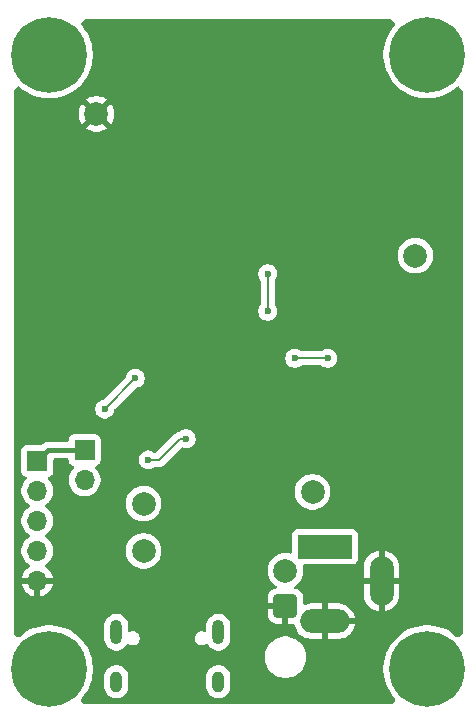
<source format=gbr>
%TF.GenerationSoftware,KiCad,Pcbnew,9.0.0*%
%TF.CreationDate,2025-03-02T18:09:01-08:00*%
%TF.ProjectId,CFS-Bus Adapter R1,4346532d-4275-4732-9041-646170746572,rev?*%
%TF.SameCoordinates,Original*%
%TF.FileFunction,Copper,L2,Bot*%
%TF.FilePolarity,Positive*%
%FSLAX46Y46*%
G04 Gerber Fmt 4.6, Leading zero omitted, Abs format (unit mm)*
G04 Created by KiCad (PCBNEW 9.0.0) date 2025-03-02 18:09:01*
%MOMM*%
%LPD*%
G01*
G04 APERTURE LIST*
G04 Aperture macros list*
%AMRoundRect*
0 Rectangle with rounded corners*
0 $1 Rounding radius*
0 $2 $3 $4 $5 $6 $7 $8 $9 X,Y pos of 4 corners*
0 Add a 4 corners polygon primitive as box body*
4,1,4,$2,$3,$4,$5,$6,$7,$8,$9,$2,$3,0*
0 Add four circle primitives for the rounded corners*
1,1,$1+$1,$2,$3*
1,1,$1+$1,$4,$5*
1,1,$1+$1,$6,$7*
1,1,$1+$1,$8,$9*
0 Add four rect primitives between the rounded corners*
20,1,$1+$1,$2,$3,$4,$5,0*
20,1,$1+$1,$4,$5,$6,$7,0*
20,1,$1+$1,$6,$7,$8,$9,0*
20,1,$1+$1,$8,$9,$2,$3,0*%
G04 Aperture macros list end*
%TA.AperFunction,ComponentPad*%
%ADD10C,0.800000*%
%TD*%
%TA.AperFunction,ComponentPad*%
%ADD11C,6.400000*%
%TD*%
%TA.AperFunction,ComponentPad*%
%ADD12R,1.700000X1.700000*%
%TD*%
%TA.AperFunction,ComponentPad*%
%ADD13O,1.700000X1.700000*%
%TD*%
%TA.AperFunction,ComponentPad*%
%ADD14R,4.600000X2.000000*%
%TD*%
%TA.AperFunction,ComponentPad*%
%ADD15O,4.200000X2.000000*%
%TD*%
%TA.AperFunction,ComponentPad*%
%ADD16O,2.000000X4.200000*%
%TD*%
%TA.AperFunction,ComponentPad*%
%ADD17RoundRect,0.333334X0.666666X0.666666X-0.666666X0.666666X-0.666666X-0.666666X0.666666X-0.666666X0*%
%TD*%
%TA.AperFunction,ComponentPad*%
%ADD18C,2.000000*%
%TD*%
%TA.AperFunction,HeatsinkPad*%
%ADD19O,1.000000X1.800000*%
%TD*%
%TA.AperFunction,HeatsinkPad*%
%ADD20O,1.000000X2.100000*%
%TD*%
%TA.AperFunction,ViaPad*%
%ADD21C,0.600000*%
%TD*%
%TA.AperFunction,ViaPad*%
%ADD22C,0.800000*%
%TD*%
%TA.AperFunction,Conductor*%
%ADD23C,0.200000*%
%TD*%
%TA.AperFunction,Conductor*%
%ADD24C,0.400000*%
%TD*%
G04 APERTURE END LIST*
D10*
%TO.P,H1,1*%
%TO.N,N/C*%
X1600000Y4000000D03*
X2302944Y5697056D03*
X2302944Y2302944D03*
X4000000Y6400000D03*
D11*
X4000000Y4000000D03*
D10*
X4000000Y1600000D03*
X5697056Y5697056D03*
X5697056Y2302944D03*
X6400000Y4000000D03*
%TD*%
%TO.P,H2,1*%
%TO.N,N/C*%
X33600000Y4000000D03*
X34302944Y5697056D03*
X34302944Y2302944D03*
X36000000Y6400000D03*
D11*
X36000000Y4000000D03*
D10*
X36000000Y1600000D03*
X37697056Y5697056D03*
X37697056Y2302944D03*
X38400000Y4000000D03*
%TD*%
%TO.P,H3,1*%
%TO.N,N/C*%
X1600000Y56000000D03*
X2302944Y57697056D03*
X2302944Y54302944D03*
X4000000Y58400000D03*
D11*
X4000000Y56000000D03*
D10*
X4000000Y53600000D03*
X5697056Y57697056D03*
X5697056Y54302944D03*
X6400000Y56000000D03*
%TD*%
%TO.P,H4,1*%
%TO.N,N/C*%
X33600000Y56000000D03*
X34302944Y57697056D03*
X34302944Y54302944D03*
X36000000Y58400000D03*
D11*
X36000000Y56000000D03*
D10*
X36000000Y53600000D03*
X37697056Y57697056D03*
X37697056Y54302944D03*
X38400000Y56000000D03*
%TD*%
D12*
%TO.P,J2,1,Pin_1*%
%TO.N,+3V3*%
X3000000Y21620000D03*
D13*
%TO.P,J2,2,Pin_2*%
%TO.N,/MCU/NRST*%
X3000000Y19080000D03*
%TO.P,J2,3,Pin_3*%
%TO.N,/MCU/SWCLK*%
X3000000Y16540000D03*
%TO.P,J2,4,Pin_4*%
%TO.N,/MCU/SWDIO*%
X3000000Y14000000D03*
%TO.P,J2,5,Pin_5*%
%TO.N,GND*%
X3000000Y11460000D03*
%TD*%
D14*
%TO.P,J3,1*%
%TO.N,+24V*%
X27350000Y14350000D03*
D15*
%TO.P,J3,2*%
%TO.N,GND*%
X27350000Y8050000D03*
D16*
%TO.P,J3,3*%
X32150000Y11450000D03*
%TD*%
D17*
%TO.P,J4,1,Pin_1*%
%TO.N,GND*%
X24000000Y9320000D03*
D18*
%TO.P,J4,2,Pin_2*%
%TO.N,+24V*%
X24000000Y12320000D03*
%TD*%
D12*
%TO.P,P2,1,P1*%
%TO.N,+3V3*%
X7000000Y22540000D03*
D13*
%TO.P,P2,2,P2*%
%TO.N,/MCU/SWCLK*%
X7000000Y20000000D03*
%TD*%
D18*
%TO.P,TP1,1*%
%TO.N,+5V*%
X26300000Y19000000D03*
%TD*%
%TO.P,TP2,1*%
%TO.N,+3V3*%
X35000000Y39000000D03*
%TD*%
%TO.P,TP3,1*%
%TO.N,GND*%
X8000000Y51000000D03*
%TD*%
%TO.P,TP4,1*%
%TO.N,/MCU/RX*%
X12000000Y14000000D03*
%TD*%
%TO.P,TP5,1*%
%TO.N,/MCU/TX*%
X12000000Y18000000D03*
%TD*%
D19*
%TO.P,X1,S1*%
%TO.N,N/C*%
X18320000Y2925000D03*
D20*
X18320000Y7105000D03*
D19*
X9680000Y2925000D03*
D20*
X9680000Y7105000D03*
%TD*%
D21*
%TO.N,GND*%
X14500000Y55700000D03*
X11800000Y55700000D03*
X13200000Y55700000D03*
X11800000Y54800000D03*
X13200000Y54800000D03*
X14500000Y54800000D03*
X28200000Y55700000D03*
X27000000Y55700000D03*
X25500000Y55800000D03*
X25500000Y54800000D03*
X27000000Y54800000D03*
X28200000Y54800000D03*
D22*
X33250000Y28500000D03*
X33250000Y31100000D03*
X26900000Y28600000D03*
X26100000Y28600000D03*
X29350000Y29050000D03*
X28550000Y29050000D03*
X32750000Y19500000D03*
X32750000Y20300000D03*
X17200000Y8880000D03*
X20025000Y10300000D03*
X2125000Y25700000D03*
X10862500Y30250000D03*
X19015000Y52300000D03*
X25365000Y34635000D03*
X14812500Y36250000D03*
X6800000Y36300000D03*
X32875000Y37500000D03*
X19837500Y35225000D03*
X26365000Y44362500D03*
X21800000Y19200000D03*
X20015000Y52300000D03*
X15100000Y15700000D03*
X10075000Y11500000D03*
X7825000Y15800000D03*
X20700000Y19200000D03*
X32975000Y34400000D03*
X10787500Y32150000D03*
X17837500Y35225000D03*
X14887500Y34350000D03*
X15100000Y16500000D03*
X17600000Y27800000D03*
X24365000Y34635000D03*
X10800000Y8880000D03*
X21015000Y52300000D03*
D21*
%TO.N,/MCU/NRST*%
X8700000Y26000000D03*
X11300000Y28600000D03*
%TO.N,/MCU/SWCLK*%
X15600000Y23500000D03*
X12400000Y21700000D03*
%TO.N,/MCU/CAN1_S*%
X22500000Y34290000D03*
X22500000Y37465000D03*
%TO.N,/MCU/CAN1_RX*%
X24800000Y30300000D03*
X27600000Y30300000D03*
%TD*%
D23*
%TO.N,/MCU/NRST*%
X11300000Y28600000D02*
X8700000Y26000000D01*
D24*
%TO.N,+3V3*%
X3000000Y21620000D02*
X3920000Y22540000D01*
X3920000Y22540000D02*
X7000000Y22540000D01*
D23*
%TO.N,/MCU/SWCLK*%
X15100000Y23500000D02*
X13700000Y22100000D01*
X13300000Y21700000D02*
X12400000Y21700000D01*
X15600000Y23500000D02*
X15100000Y23500000D01*
X13700000Y22100000D02*
X13300000Y21700000D01*
%TO.N,/MCU/CAN1_S*%
X22500000Y34290000D02*
X22500000Y37465000D01*
%TO.N,/MCU/CAN1_RX*%
X24800000Y30300000D02*
X27600000Y30300000D01*
%TD*%
%TA.AperFunction,Conductor*%
%TO.N,GND*%
G36*
X33015677Y58980315D02*
G01*
X33036319Y58963681D01*
X33295669Y58704330D01*
X33329154Y58643007D01*
X33324170Y58573315D01*
X33295669Y58528968D01*
X33254807Y58488106D01*
X33024150Y58207049D01*
X33024140Y58207035D01*
X32822151Y57904738D01*
X32822140Y57904720D01*
X32650756Y57584083D01*
X32650754Y57584078D01*
X32511614Y57248165D01*
X32406067Y56900223D01*
X32406064Y56900212D01*
X32335137Y56543630D01*
X32299500Y56181790D01*
X32299500Y55818209D01*
X32335137Y55456369D01*
X32406064Y55099787D01*
X32406067Y55099776D01*
X32511614Y54751834D01*
X32650754Y54415921D01*
X32650756Y54415916D01*
X32822140Y54095279D01*
X32822151Y54095261D01*
X33024140Y53792964D01*
X33024150Y53792950D01*
X33254807Y53511893D01*
X33511893Y53254807D01*
X33792950Y53024150D01*
X33792964Y53024140D01*
X34095261Y52822151D01*
X34095279Y52822140D01*
X34415916Y52650756D01*
X34415921Y52650754D01*
X34751834Y52511614D01*
X35099776Y52406067D01*
X35099787Y52406064D01*
X35456369Y52335137D01*
X35735679Y52307628D01*
X35818206Y52299500D01*
X35818209Y52299500D01*
X36181791Y52299500D01*
X36181794Y52299500D01*
X36271111Y52308296D01*
X36543630Y52335137D01*
X36900212Y52406064D01*
X36900223Y52406067D01*
X37248165Y52511614D01*
X37584078Y52650754D01*
X37584083Y52650756D01*
X37904720Y52822140D01*
X37904727Y52822144D01*
X37904732Y52822147D01*
X38207044Y53024146D01*
X38488101Y53254803D01*
X38488106Y53254807D01*
X38528968Y53295669D01*
X38590291Y53329154D01*
X38659983Y53324170D01*
X38704330Y53295669D01*
X38963681Y53036319D01*
X38997166Y52974996D01*
X39000000Y52948638D01*
X39000000Y7051362D01*
X38980315Y6984323D01*
X38963681Y6963681D01*
X38704330Y6704330D01*
X38643007Y6670845D01*
X38573315Y6675829D01*
X38528967Y6704331D01*
X38488106Y6745192D01*
X38488101Y6745197D01*
X38207044Y6975854D01*
X37904732Y7177853D01*
X37584076Y7349247D01*
X37248164Y7488386D01*
X36900233Y7593930D01*
X36900223Y7593932D01*
X36900212Y7593935D01*
X36613045Y7651054D01*
X36543631Y7664862D01*
X36181794Y7700500D01*
X35818206Y7700500D01*
X35456369Y7664862D01*
X35099787Y7593935D01*
X35099776Y7593932D01*
X35099773Y7593931D01*
X35099767Y7593930D01*
X34751836Y7488386D01*
X34415924Y7349247D01*
X34415918Y7349243D01*
X34415916Y7349243D01*
X34118452Y7190245D01*
X34095268Y7177853D01*
X33792956Y6975854D01*
X33792950Y6975849D01*
X33511893Y6745192D01*
X33254807Y6488106D01*
X33024150Y6207049D01*
X33024140Y6207035D01*
X32822151Y5904738D01*
X32822140Y5904720D01*
X32650756Y5584083D01*
X32650754Y5584078D01*
X32650753Y5584076D01*
X32638502Y5554500D01*
X32511614Y5248165D01*
X32406067Y4900223D01*
X32406064Y4900212D01*
X32335137Y4543630D01*
X32319810Y4388003D01*
X32302439Y4211628D01*
X32299500Y4181790D01*
X32299500Y3818209D01*
X32335137Y3456369D01*
X32406064Y3099787D01*
X32406067Y3099776D01*
X32511614Y2751834D01*
X32650754Y2415921D01*
X32650756Y2415916D01*
X32822140Y2095279D01*
X32822151Y2095261D01*
X33024140Y1792964D01*
X33024150Y1792950D01*
X33254807Y1511893D01*
X33295670Y1471030D01*
X33329155Y1409707D01*
X33324169Y1340015D01*
X33295669Y1295669D01*
X33036319Y1036319D01*
X32974996Y1002834D01*
X32948638Y1000000D01*
X7051362Y1000000D01*
X6984323Y1019685D01*
X6963681Y1036319D01*
X6704328Y1295671D01*
X6670845Y1356992D01*
X6675829Y1426683D01*
X6704330Y1471031D01*
X6745192Y1511893D01*
X6787093Y1562949D01*
X6975854Y1792956D01*
X7177853Y2095268D01*
X7251558Y2233160D01*
X7349243Y2415916D01*
X7349245Y2415921D01*
X7349247Y2415924D01*
X7353609Y2426456D01*
X8679499Y2426456D01*
X8717947Y2233170D01*
X8717950Y2233160D01*
X8793364Y2051092D01*
X8793371Y2051079D01*
X8902860Y1887218D01*
X8902863Y1887214D01*
X9042214Y1747863D01*
X9042218Y1747860D01*
X9206079Y1638371D01*
X9206092Y1638364D01*
X9388160Y1562950D01*
X9388170Y1562947D01*
X9581457Y1524500D01*
X9581459Y1524500D01*
X9778543Y1524500D01*
X9971829Y1562947D01*
X9971839Y1562950D01*
X10153907Y1638364D01*
X10153920Y1638371D01*
X10317781Y1747860D01*
X10317785Y1747863D01*
X10457136Y1887214D01*
X10457139Y1887218D01*
X10566628Y2051079D01*
X10566635Y2051092D01*
X10642049Y2233160D01*
X10642052Y2233170D01*
X10680500Y2426456D01*
X17319499Y2426456D01*
X17357947Y2233170D01*
X17357950Y2233160D01*
X17433364Y2051092D01*
X17433371Y2051079D01*
X17542860Y1887218D01*
X17542863Y1887214D01*
X17682214Y1747863D01*
X17682218Y1747860D01*
X17846079Y1638371D01*
X17846092Y1638364D01*
X18028160Y1562950D01*
X18028170Y1562947D01*
X18221457Y1524500D01*
X18221459Y1524500D01*
X18418543Y1524500D01*
X18611829Y1562947D01*
X18611839Y1562950D01*
X18793907Y1638364D01*
X18793920Y1638371D01*
X18957781Y1747860D01*
X18957785Y1747863D01*
X19097136Y1887214D01*
X19097139Y1887218D01*
X19206628Y2051079D01*
X19206635Y2051092D01*
X19282049Y2233160D01*
X19282052Y2233170D01*
X19320500Y2426456D01*
X19320500Y3423543D01*
X19282052Y3616829D01*
X19282051Y3616835D01*
X19206632Y3798914D01*
X19097139Y3962782D01*
X18957782Y4102139D01*
X18793914Y4211632D01*
X18611835Y4287051D01*
X18548582Y4299632D01*
X18418543Y4325500D01*
X18418541Y4325500D01*
X18221459Y4325500D01*
X18221457Y4325500D01*
X18028170Y4287052D01*
X18028165Y4287051D01*
X18028160Y4287049D01*
X17846092Y4211635D01*
X17846079Y4211628D01*
X17682218Y4102139D01*
X17682214Y4102136D01*
X17542863Y3962785D01*
X17542860Y3962781D01*
X17433371Y3798920D01*
X17433364Y3798907D01*
X17357950Y3616839D01*
X17357947Y3616829D01*
X17319500Y3423543D01*
X17319500Y2426456D01*
X17319499Y2426456D01*
X10680500Y2426456D01*
X10680500Y3423543D01*
X10642052Y3616829D01*
X10642051Y3616835D01*
X10566632Y3798914D01*
X10457139Y3962782D01*
X10317782Y4102139D01*
X10153914Y4211632D01*
X9971835Y4287051D01*
X9908582Y4299632D01*
X9778543Y4325500D01*
X9778541Y4325500D01*
X9581459Y4325500D01*
X9581457Y4325500D01*
X9388170Y4287052D01*
X9388165Y4287051D01*
X9388160Y4287049D01*
X9206092Y4211635D01*
X9206079Y4211628D01*
X9042218Y4102139D01*
X9042214Y4102136D01*
X8902863Y3962785D01*
X8902860Y3962781D01*
X8793371Y3798920D01*
X8793364Y3798907D01*
X8717950Y3616839D01*
X8717947Y3616829D01*
X8679500Y3423543D01*
X8679500Y2426456D01*
X8679499Y2426456D01*
X7353609Y2426456D01*
X7488386Y2751836D01*
X7593930Y3099767D01*
X7593932Y3099776D01*
X7593935Y3099787D01*
X7664356Y3453824D01*
X7664356Y3453825D01*
X7664862Y3456371D01*
X7680666Y3616829D01*
X7700500Y3818206D01*
X7700500Y4181794D01*
X7664862Y4543631D01*
X7596909Y4885258D01*
X7593935Y4900212D01*
X7593932Y4900223D01*
X7593931Y4900223D01*
X7593930Y4900233D01*
X7528860Y5114741D01*
X22249500Y5114741D01*
X22249500Y4885258D01*
X22279451Y4657770D01*
X22279453Y4657759D01*
X22338842Y4436112D01*
X22426650Y4224123D01*
X22426657Y4224109D01*
X22541392Y4025382D01*
X22681081Y3843338D01*
X22843338Y3681081D01*
X23025382Y3541392D01*
X23224109Y3426657D01*
X23224123Y3426650D01*
X23436112Y3338842D01*
X23564076Y3304554D01*
X23657762Y3279452D01*
X23657770Y3279451D01*
X23885258Y3249500D01*
X23885266Y3249500D01*
X24114741Y3249500D01*
X24304215Y3274446D01*
X24342238Y3279452D01*
X24563887Y3338842D01*
X24775876Y3426650D01*
X24775890Y3426657D01*
X24974617Y3541392D01*
X25156661Y3681081D01*
X25156670Y3681089D01*
X25318911Y3843330D01*
X25318918Y3843338D01*
X25458607Y4025382D01*
X25458608Y4025385D01*
X25458611Y4025388D01*
X25573344Y4224112D01*
X25599414Y4287049D01*
X25641230Y4388003D01*
X25661158Y4436113D01*
X25720548Y4657762D01*
X25750500Y4885266D01*
X25750500Y5114734D01*
X25720548Y5342238D01*
X25661158Y5563887D01*
X25573344Y5775888D01*
X25458611Y5974612D01*
X25318919Y6156661D01*
X25318914Y6156665D01*
X25318911Y6156670D01*
X25156670Y6318911D01*
X25156665Y6318914D01*
X25156661Y6318919D01*
X24974612Y6458611D01*
X24775888Y6573344D01*
X24563887Y6661158D01*
X24342238Y6720548D01*
X24114734Y6750500D01*
X23885266Y6750500D01*
X23657762Y6720548D01*
X23436113Y6661158D01*
X23315480Y6611190D01*
X23224123Y6573349D01*
X23224117Y6573346D01*
X23224112Y6573344D01*
X23025388Y6458611D01*
X23025385Y6458608D01*
X23025382Y6458607D01*
X22843338Y6318918D01*
X22843330Y6318911D01*
X22681089Y6156670D01*
X22681081Y6156661D01*
X22541392Y5974617D01*
X22426657Y5775890D01*
X22426650Y5775876D01*
X22338842Y5563887D01*
X22279452Y5342238D01*
X22279451Y5342229D01*
X22249500Y5114741D01*
X7528860Y5114741D01*
X7488386Y5248164D01*
X7349247Y5584076D01*
X7177853Y5904732D01*
X6975854Y6207044D01*
X6771167Y6456456D01*
X8679499Y6456456D01*
X8717947Y6263170D01*
X8717950Y6263160D01*
X8793364Y6081092D01*
X8793371Y6081079D01*
X8902860Y5917218D01*
X8902863Y5917214D01*
X9042214Y5777863D01*
X9042218Y5777860D01*
X9206079Y5668371D01*
X9206092Y5668364D01*
X9388160Y5592950D01*
X9388170Y5592947D01*
X9581457Y5554500D01*
X9581459Y5554500D01*
X9778543Y5554500D01*
X9971829Y5592947D01*
X9971839Y5592950D01*
X10153907Y5668364D01*
X10153920Y5668371D01*
X10317781Y5777860D01*
X10317785Y5777863D01*
X10457136Y5917214D01*
X10457139Y5917218D01*
X10566628Y6081079D01*
X10566632Y6081087D01*
X10570540Y6090522D01*
X10614378Y6144927D01*
X10680672Y6166995D01*
X10748372Y6149719D01*
X10753032Y6146565D01*
X10887863Y6068719D01*
X11034234Y6029500D01*
X11185765Y6029500D01*
X11185766Y6029500D01*
X11258950Y6049109D01*
X11332136Y6068719D01*
X11397750Y6106602D01*
X11463365Y6144485D01*
X11570515Y6251635D01*
X11646281Y6382865D01*
X11685500Y6529234D01*
X11685500Y6680765D01*
X16314500Y6680765D01*
X16314500Y6529234D01*
X16353719Y6382863D01*
X16429485Y6251635D01*
X16429487Y6251632D01*
X16536632Y6144487D01*
X16536635Y6144485D01*
X16667863Y6068719D01*
X16814234Y6029500D01*
X16965765Y6029500D01*
X16965766Y6029500D01*
X17038950Y6049109D01*
X17112136Y6068719D01*
X17180437Y6108153D01*
X17243365Y6144485D01*
X17243366Y6144486D01*
X17250403Y6148549D01*
X17251747Y6146220D01*
X17304584Y6166645D01*
X17373029Y6152603D01*
X17423016Y6103787D01*
X17429456Y6090528D01*
X17433363Y6081094D01*
X17433371Y6081079D01*
X17542860Y5917218D01*
X17542863Y5917214D01*
X17682214Y5777863D01*
X17682218Y5777860D01*
X17846079Y5668371D01*
X17846092Y5668364D01*
X18028160Y5592950D01*
X18028170Y5592947D01*
X18221457Y5554500D01*
X18221459Y5554500D01*
X18418543Y5554500D01*
X18611829Y5592947D01*
X18611839Y5592950D01*
X18793907Y5668364D01*
X18793920Y5668371D01*
X18957781Y5777860D01*
X18957785Y5777863D01*
X19097136Y5917214D01*
X19097139Y5917218D01*
X19206628Y6081079D01*
X19206635Y6081092D01*
X19282049Y6263160D01*
X19282052Y6263170D01*
X19320500Y6456456D01*
X19320500Y7753543D01*
X19282052Y7946829D01*
X19282051Y7946835D01*
X19206632Y8128914D01*
X19097139Y8292782D01*
X18957782Y8432139D01*
X18793914Y8541632D01*
X18611835Y8617051D01*
X18548582Y8629632D01*
X18418543Y8655500D01*
X18418541Y8655500D01*
X18221459Y8655500D01*
X18221457Y8655500D01*
X18028170Y8617052D01*
X18028165Y8617051D01*
X18028160Y8617049D01*
X17846092Y8541635D01*
X17846079Y8541628D01*
X17682218Y8432139D01*
X17682214Y8432136D01*
X17542863Y8292785D01*
X17542860Y8292781D01*
X17433371Y8128920D01*
X17433364Y8128907D01*
X17357950Y7946839D01*
X17357947Y7946829D01*
X17319500Y7753543D01*
X17319500Y7236333D01*
X17299815Y7169294D01*
X17247011Y7123539D01*
X17177853Y7113595D01*
X17133499Y7128947D01*
X17112140Y7141278D01*
X17112135Y7141281D01*
X16965766Y7180500D01*
X16814234Y7180500D01*
X16667865Y7141281D01*
X16667863Y7141280D01*
X16667860Y7141278D01*
X16536635Y7065515D01*
X16429485Y6958365D01*
X16399175Y6905866D01*
X16353719Y6827136D01*
X16353719Y6827135D01*
X16320814Y6704328D01*
X16314500Y6680765D01*
X11685500Y6680765D01*
X11685500Y6680766D01*
X11646281Y6827135D01*
X11570515Y6958365D01*
X11463365Y7065515D01*
X11332135Y7141281D01*
X11185766Y7180500D01*
X11034234Y7180500D01*
X10887865Y7141281D01*
X10887862Y7141279D01*
X10887859Y7141278D01*
X10866501Y7128947D01*
X10798602Y7112473D01*
X10732574Y7135325D01*
X10689383Y7190245D01*
X10680500Y7236333D01*
X10680500Y7753543D01*
X10642052Y7946829D01*
X10642051Y7946835D01*
X10566632Y8128914D01*
X10457139Y8292782D01*
X10317782Y8432139D01*
X10153914Y8541632D01*
X9971835Y8617051D01*
X9908582Y8629632D01*
X9778543Y8655500D01*
X9778541Y8655500D01*
X9581459Y8655500D01*
X9581457Y8655500D01*
X9388170Y8617052D01*
X9388165Y8617051D01*
X9388160Y8617049D01*
X9206092Y8541635D01*
X9206079Y8541628D01*
X9042218Y8432139D01*
X9042214Y8432136D01*
X8902863Y8292785D01*
X8902860Y8292781D01*
X8793371Y8128920D01*
X8793364Y8128907D01*
X8717950Y7946839D01*
X8717947Y7946829D01*
X8679500Y7753543D01*
X8679500Y6456456D01*
X8679499Y6456456D01*
X6771167Y6456456D01*
X6745197Y6488101D01*
X6488101Y6745197D01*
X6207044Y6975854D01*
X5904732Y7177853D01*
X5584076Y7349247D01*
X5248164Y7488386D01*
X4900233Y7593930D01*
X4900223Y7593932D01*
X4900212Y7593935D01*
X4678599Y7638016D01*
X4577361Y7658152D01*
X4543631Y7664862D01*
X4181794Y7700500D01*
X3818206Y7700500D01*
X3456369Y7664862D01*
X3099787Y7593935D01*
X3099776Y7593932D01*
X3099773Y7593931D01*
X3099767Y7593930D01*
X2751836Y7488386D01*
X2415924Y7349247D01*
X2415918Y7349243D01*
X2415916Y7349243D01*
X2118452Y7190245D01*
X2095268Y7177853D01*
X1792956Y6975854D01*
X1792950Y6975849D01*
X1511893Y6745192D01*
X1471031Y6704330D01*
X1409708Y6670845D01*
X1340016Y6675829D01*
X1295671Y6704328D01*
X1036319Y6963681D01*
X1002834Y7025004D01*
X1000000Y7051362D01*
X1000000Y22517864D01*
X1649500Y22517864D01*
X1649500Y20722129D01*
X1649501Y20722123D01*
X1655908Y20662516D01*
X1706202Y20527671D01*
X1706206Y20527664D01*
X1792452Y20412455D01*
X1792455Y20412452D01*
X1907664Y20326206D01*
X1907669Y20326203D01*
X2039083Y20277189D01*
X2095016Y20235317D01*
X2119433Y20169853D01*
X2104581Y20101580D01*
X2083430Y20073326D01*
X1969890Y19959786D01*
X1844951Y19787820D01*
X1844949Y19787816D01*
X1748443Y19598412D01*
X1682754Y19396243D01*
X1682753Y19396239D01*
X1649500Y19186286D01*
X1649500Y18973713D01*
X1682753Y18763760D01*
X1748444Y18561585D01*
X1844951Y18372179D01*
X1969890Y18200213D01*
X2120213Y18049890D01*
X2292182Y17924949D01*
X2300946Y17920484D01*
X2351742Y17872509D01*
X2368536Y17804688D01*
X2345998Y17738553D01*
X2300946Y17699516D01*
X2292182Y17695050D01*
X2120213Y17570109D01*
X1969890Y17419786D01*
X1844951Y17247820D01*
X1844949Y17247816D01*
X1748443Y17058412D01*
X1682754Y16856243D01*
X1682753Y16856239D01*
X1649500Y16646286D01*
X1649500Y16433713D01*
X1682753Y16223760D01*
X1748444Y16021585D01*
X1844951Y15832179D01*
X1969890Y15660213D01*
X2120213Y15509890D01*
X2292182Y15384949D01*
X2300946Y15380484D01*
X2351742Y15332509D01*
X2368536Y15264688D01*
X2345998Y15198553D01*
X2300946Y15159516D01*
X2292182Y15155050D01*
X2120213Y15030109D01*
X1969890Y14879786D01*
X1844951Y14707820D01*
X1748444Y14518414D01*
X1682753Y14316239D01*
X1649500Y14106286D01*
X1649500Y13893713D01*
X1682753Y13683760D01*
X1748444Y13481585D01*
X1844951Y13292179D01*
X1969890Y13120213D01*
X2120213Y12969890D01*
X2292182Y12844949D01*
X2301499Y12840202D01*
X2352293Y12792227D01*
X2369087Y12724405D01*
X2346548Y12658271D01*
X2301495Y12619234D01*
X2292444Y12614622D01*
X2120540Y12489727D01*
X2120535Y12489723D01*
X1970276Y12339464D01*
X1970272Y12339459D01*
X1845379Y12167557D01*
X1748904Y11978217D01*
X1683242Y11776129D01*
X1683242Y11776126D01*
X1672769Y11710000D01*
X2566988Y11710000D01*
X2534075Y11652993D01*
X2500000Y11525826D01*
X2500000Y11394174D01*
X2534075Y11267007D01*
X2566988Y11210000D01*
X1672769Y11210000D01*
X1683242Y11143873D01*
X1683242Y11143870D01*
X1748904Y10941782D01*
X1845379Y10752442D01*
X1970272Y10580540D01*
X1970276Y10580535D01*
X2120535Y10430276D01*
X2120540Y10430272D01*
X2292442Y10305379D01*
X2481784Y10208903D01*
X2683875Y10143241D01*
X2749999Y10132768D01*
X2750000Y10132768D01*
X2750000Y11026988D01*
X2807007Y10994075D01*
X2934174Y10960000D01*
X3065826Y10960000D01*
X3192993Y10994075D01*
X3250000Y11026988D01*
X3250000Y10132768D01*
X3316124Y10143241D01*
X3518215Y10208903D01*
X3707557Y10305379D01*
X3879459Y10430272D01*
X3879464Y10430276D01*
X4029723Y10580535D01*
X4029727Y10580540D01*
X4154620Y10752442D01*
X4251095Y10941782D01*
X4316757Y11143870D01*
X4316757Y11143873D01*
X4327231Y11210000D01*
X3433012Y11210000D01*
X3465925Y11267007D01*
X3500000Y11394174D01*
X3500000Y11525826D01*
X3465925Y11652993D01*
X3433012Y11710000D01*
X4327231Y11710000D01*
X4316757Y11776126D01*
X4316757Y11776129D01*
X4251095Y11978217D01*
X4154620Y12167557D01*
X4029727Y12339459D01*
X4029723Y12339464D01*
X3931090Y12438097D01*
X22499500Y12438097D01*
X22499500Y12201902D01*
X22536446Y11968631D01*
X22609433Y11744003D01*
X22716657Y11533566D01*
X22722281Y11525826D01*
X22855483Y11342490D01*
X22855485Y11342488D01*
X22855485Y11342487D01*
X23022487Y11175485D01*
X23213573Y11036652D01*
X23217719Y11034112D01*
X23216554Y11032211D01*
X23260518Y10990179D01*
X23276898Y10922257D01*
X23253957Y10856261D01*
X23198978Y10813144D01*
X23182973Y10807989D01*
X23044265Y10773494D01*
X23044264Y10773493D01*
X22881883Y10692961D01*
X22881880Y10692959D01*
X22740603Y10579397D01*
X22740602Y10579396D01*
X22627040Y10438119D01*
X22627038Y10438116D01*
X22546506Y10275735D01*
X22546505Y10275734D01*
X22502760Y10099833D01*
X22500000Y10059126D01*
X22500000Y9570000D01*
X23555440Y9570000D01*
X23524755Y9516853D01*
X23490000Y9387143D01*
X23490000Y9252857D01*
X23524755Y9123147D01*
X23555440Y9070000D01*
X22500001Y9070000D01*
X22500001Y8580868D01*
X22502759Y8540173D01*
X22502759Y8540172D01*
X22546505Y8364265D01*
X22546506Y8364264D01*
X22627038Y8201883D01*
X22627040Y8201880D01*
X22740602Y8060603D01*
X22740603Y8060602D01*
X22881880Y7947040D01*
X22881883Y7947038D01*
X23044264Y7866506D01*
X23044265Y7866505D01*
X23220168Y7822760D01*
X23220164Y7822760D01*
X23260873Y7820000D01*
X23750000Y7820000D01*
X23750000Y8875439D01*
X23803147Y8844755D01*
X23932857Y8810000D01*
X24067143Y8810000D01*
X24196853Y8844755D01*
X24250000Y8875439D01*
X24250000Y7820000D01*
X24661824Y7820000D01*
X24728863Y7800315D01*
X24774618Y7747511D01*
X24784297Y7715402D01*
X24786934Y7698750D01*
X24859897Y7474197D01*
X24967085Y7263828D01*
X25105866Y7072813D01*
X25272813Y6905866D01*
X25463828Y6767085D01*
X25674197Y6659897D01*
X25898752Y6586934D01*
X25898751Y6586934D01*
X26131948Y6550000D01*
X27100000Y6550000D01*
X27100000Y7550000D01*
X27600000Y7550000D01*
X27600000Y6550000D01*
X28568052Y6550000D01*
X28801247Y6586934D01*
X29025802Y6659897D01*
X29236171Y6767085D01*
X29427186Y6905866D01*
X29594133Y7072813D01*
X29732914Y7263828D01*
X29840102Y7474197D01*
X29913065Y7698752D01*
X29929102Y7800000D01*
X28883012Y7800000D01*
X28915925Y7857007D01*
X28950000Y7984174D01*
X28950000Y8115826D01*
X28915925Y8242993D01*
X28883012Y8300000D01*
X29929102Y8300000D01*
X29913065Y8401247D01*
X29840102Y8625802D01*
X29732914Y8836171D01*
X29594133Y9027186D01*
X29427186Y9194133D01*
X29236171Y9332914D01*
X29025802Y9440102D01*
X28801247Y9513065D01*
X28801248Y9513065D01*
X28568052Y9550000D01*
X27600000Y9550000D01*
X27600000Y8550000D01*
X27100000Y8550000D01*
X27100000Y9550000D01*
X26131948Y9550000D01*
X25898752Y9513065D01*
X25674204Y9440105D01*
X25671457Y9438967D01*
X25670327Y9438845D01*
X25669566Y9438598D01*
X25669514Y9438758D01*
X25601988Y9431495D01*
X25539507Y9462767D01*
X25503852Y9522855D01*
X25499999Y9553526D01*
X25499999Y10059128D01*
X25499998Y10059131D01*
X25497240Y10099826D01*
X25497240Y10099827D01*
X25453494Y10275734D01*
X25453493Y10275735D01*
X25372961Y10438116D01*
X25372959Y10438119D01*
X25259397Y10579396D01*
X25259396Y10579397D01*
X25118119Y10692959D01*
X25118116Y10692961D01*
X24955735Y10773493D01*
X24955734Y10773494D01*
X24817026Y10807989D01*
X24756719Y10843271D01*
X24725060Y10905556D01*
X24732101Y10975070D01*
X24775606Y11029743D01*
X24782431Y11033866D01*
X24782281Y11034112D01*
X24786426Y11036652D01*
X24786433Y11036657D01*
X24977510Y11175483D01*
X25144517Y11342490D01*
X25283343Y11533567D01*
X25373240Y11710000D01*
X25390566Y11744003D01*
X25463553Y11968631D01*
X25500500Y12201902D01*
X25500500Y12438097D01*
X25467122Y12648833D01*
X25464078Y12668052D01*
X30650000Y12668052D01*
X30650000Y11700000D01*
X31650000Y11700000D01*
X31650000Y11200000D01*
X30650000Y11200000D01*
X30650000Y10231947D01*
X30686934Y9998752D01*
X30759897Y9774197D01*
X30867085Y9563828D01*
X31005866Y9372813D01*
X31172813Y9205866D01*
X31363828Y9067085D01*
X31574197Y8959897D01*
X31798752Y8886934D01*
X31900000Y8870897D01*
X31900000Y9916988D01*
X31957007Y9884075D01*
X32084174Y9850000D01*
X32215826Y9850000D01*
X32342993Y9884075D01*
X32400000Y9916988D01*
X32400000Y8870897D01*
X32501247Y8886934D01*
X32725802Y8959897D01*
X32936171Y9067085D01*
X33127186Y9205866D01*
X33294133Y9372813D01*
X33432914Y9563828D01*
X33540102Y9774197D01*
X33613065Y9998752D01*
X33650000Y10231947D01*
X33650000Y11200000D01*
X32650000Y11200000D01*
X32650000Y11700000D01*
X33650000Y11700000D01*
X33650000Y12668052D01*
X33613065Y12901247D01*
X33540102Y13125802D01*
X33432914Y13336171D01*
X33294133Y13527186D01*
X33127186Y13694133D01*
X32936171Y13832914D01*
X32725804Y13940102D01*
X32501255Y14013063D01*
X32501249Y14013065D01*
X32400000Y14029100D01*
X32400000Y12983012D01*
X32342993Y13015925D01*
X32215826Y13050000D01*
X32084174Y13050000D01*
X31957007Y13015925D01*
X31900000Y12983012D01*
X31900000Y14029101D01*
X31798750Y14013065D01*
X31798744Y14013063D01*
X31574195Y13940102D01*
X31363828Y13832914D01*
X31172813Y13694133D01*
X31005866Y13527186D01*
X30867085Y13336171D01*
X30759897Y13125802D01*
X30686934Y12901247D01*
X30650000Y12668052D01*
X25464078Y12668052D01*
X25463553Y12671368D01*
X25456865Y12691950D01*
X25455711Y12696803D01*
X25457279Y12726898D01*
X25456418Y12757021D01*
X25459078Y12761433D01*
X25459347Y12766578D01*
X25476934Y12791045D01*
X25492498Y12816855D01*
X25497121Y12819128D01*
X25500128Y12823311D01*
X25528150Y12834385D01*
X25555198Y12847684D01*
X25563637Y12848408D01*
X25565108Y12848990D01*
X25566714Y12848672D01*
X25576345Y12849500D01*
X29697870Y12849500D01*
X29697876Y12849501D01*
X29757483Y12855908D01*
X29892328Y12906202D01*
X29892335Y12906206D01*
X30007544Y12992452D01*
X30007547Y12992455D01*
X30093793Y13107664D01*
X30093797Y13107671D01*
X30144091Y13242517D01*
X30149430Y13292179D01*
X30150500Y13302127D01*
X30150499Y15397872D01*
X30144091Y15457483D01*
X30093796Y15592331D01*
X30007546Y15707546D01*
X29892331Y15793796D01*
X29757483Y15844091D01*
X29697873Y15850500D01*
X25002128Y15850499D01*
X24953757Y15845299D01*
X24942516Y15844091D01*
X24807671Y15793797D01*
X24807664Y15793793D01*
X24692455Y15707547D01*
X24692452Y15707544D01*
X24606206Y15592335D01*
X24606202Y15592328D01*
X24555908Y15457482D01*
X24549501Y15397883D01*
X24549501Y15397876D01*
X24549500Y15397864D01*
X24549500Y13889846D01*
X24529815Y13822807D01*
X24477011Y13777052D01*
X24407853Y13767108D01*
X24387191Y13771913D01*
X24351368Y13783553D01*
X24247689Y13799973D01*
X24118097Y13820500D01*
X24118092Y13820500D01*
X23881908Y13820500D01*
X23881903Y13820500D01*
X23648631Y13783553D01*
X23544412Y13749689D01*
X23424008Y13710568D01*
X23424005Y13710566D01*
X23424003Y13710566D01*
X23391752Y13694133D01*
X23213567Y13603343D01*
X23022490Y13464517D01*
X22855483Y13297510D01*
X22726669Y13120213D01*
X22716657Y13106433D01*
X22609433Y12895996D01*
X22536446Y12671368D01*
X22499500Y12438097D01*
X3931090Y12438097D01*
X3879464Y12489723D01*
X3879459Y12489727D01*
X3707558Y12614620D01*
X3698507Y12619232D01*
X3647709Y12667205D01*
X3630912Y12735025D01*
X3653447Y12801161D01*
X3698504Y12840204D01*
X3707817Y12844949D01*
X3879786Y12969890D01*
X4030109Y13120213D01*
X4155048Y13292179D01*
X4155051Y13292184D01*
X4251557Y13481588D01*
X4317246Y13683757D01*
X4350500Y13893713D01*
X4350500Y14106287D01*
X4348629Y14118097D01*
X10499500Y14118097D01*
X10499500Y13881902D01*
X10536446Y13648631D01*
X10609433Y13424003D01*
X10716657Y13213566D01*
X10780422Y13125802D01*
X10855483Y13022490D01*
X10855485Y13022488D01*
X10855485Y13022487D01*
X11022487Y12855485D01*
X11213566Y12716657D01*
X11424003Y12609433D01*
X11648631Y12536446D01*
X11881903Y12499500D01*
X11881908Y12499500D01*
X12118097Y12499500D01*
X12351368Y12536446D01*
X12426611Y12560895D01*
X12575996Y12609433D01*
X12786433Y12716657D01*
X12822681Y12742993D01*
X12977510Y12855483D01*
X13144517Y13022490D01*
X13283343Y13213567D01*
X13345813Y13336171D01*
X13390566Y13424003D01*
X13463553Y13648631D01*
X13500500Y13881902D01*
X13500500Y14118097D01*
X13463553Y14351368D01*
X13390568Y14575992D01*
X13283343Y14786433D01*
X13144517Y14977510D01*
X12977510Y15144517D01*
X12786433Y15283343D01*
X12575992Y15390568D01*
X12351368Y15463553D01*
X12118097Y15500500D01*
X12118092Y15500500D01*
X11881908Y15500500D01*
X11881903Y15500500D01*
X11648631Y15463553D01*
X11629947Y15457482D01*
X11424008Y15390568D01*
X11424005Y15390566D01*
X11424003Y15390566D01*
X11327597Y15341444D01*
X11213567Y15283343D01*
X11022490Y15144517D01*
X10855483Y14977510D01*
X10716657Y14786433D01*
X10609433Y14575996D01*
X10536446Y14351368D01*
X10499500Y14118097D01*
X4348629Y14118097D01*
X4317246Y14316243D01*
X4251557Y14518412D01*
X4155051Y14707816D01*
X4097933Y14786433D01*
X4030109Y14879786D01*
X4030106Y14879788D01*
X4030104Y14879792D01*
X3879792Y15030104D01*
X3879788Y15030106D01*
X3879786Y15030109D01*
X3707820Y15155048D01*
X3707816Y15155051D01*
X3699054Y15159514D01*
X3648259Y15207488D01*
X3631463Y15275308D01*
X3653999Y15341444D01*
X3699054Y15380484D01*
X3707816Y15384949D01*
X3707820Y15384951D01*
X3879786Y15509890D01*
X4030109Y15660213D01*
X4155048Y15832179D01*
X4155051Y15832184D01*
X4251557Y16021588D01*
X4317246Y16223757D01*
X4350500Y16433713D01*
X4350500Y16646287D01*
X4317246Y16856243D01*
X4251557Y17058412D01*
X4155051Y17247816D01*
X4139086Y17269789D01*
X4030109Y17419786D01*
X4030106Y17419788D01*
X4030104Y17419792D01*
X3879792Y17570104D01*
X3879788Y17570106D01*
X3879786Y17570109D01*
X3707820Y17695048D01*
X3707816Y17695051D01*
X3699054Y17699514D01*
X3648259Y17747488D01*
X3631463Y17815308D01*
X3653999Y17881444D01*
X3699054Y17920484D01*
X3707816Y17924949D01*
X3707820Y17924951D01*
X3879786Y18049890D01*
X3947993Y18118097D01*
X10499500Y18118097D01*
X10499500Y17881902D01*
X10536446Y17648631D01*
X10609433Y17424003D01*
X10716657Y17213566D01*
X10795862Y17104550D01*
X10855483Y17022490D01*
X10855485Y17022488D01*
X10855485Y17022487D01*
X11022487Y16855485D01*
X11213566Y16716657D01*
X11424003Y16609433D01*
X11648631Y16536446D01*
X11881903Y16499500D01*
X11881908Y16499500D01*
X12118097Y16499500D01*
X12351368Y16536446D01*
X12575996Y16609433D01*
X12786433Y16716657D01*
X12977510Y16855483D01*
X13144517Y17022490D01*
X13283343Y17213567D01*
X13388420Y17419792D01*
X13390566Y17424003D01*
X13463553Y17648631D01*
X13500500Y17881902D01*
X13500500Y18118097D01*
X13463553Y18351368D01*
X13439951Y18424008D01*
X13390568Y18575992D01*
X13283343Y18786433D01*
X13144517Y18977510D01*
X13003930Y19118097D01*
X24799500Y19118097D01*
X24799500Y18881902D01*
X24836446Y18648631D01*
X24909433Y18424003D01*
X25016657Y18213566D01*
X25086020Y18118097D01*
X25155483Y18022490D01*
X25155485Y18022488D01*
X25155485Y18022487D01*
X25322487Y17855485D01*
X25513566Y17716657D01*
X25724003Y17609433D01*
X25948631Y17536446D01*
X26181903Y17499500D01*
X26181908Y17499500D01*
X26418097Y17499500D01*
X26651368Y17536446D01*
X26875996Y17609433D01*
X27086433Y17716657D01*
X27128868Y17747488D01*
X27277510Y17855483D01*
X27444517Y18022490D01*
X27583343Y18213567D01*
X27664160Y18372179D01*
X27690566Y18424003D01*
X27763553Y18648631D01*
X27800500Y18881902D01*
X27800500Y19118097D01*
X27763553Y19351368D01*
X27748972Y19396243D01*
X27690568Y19575992D01*
X27583343Y19786433D01*
X27444517Y19977510D01*
X27277510Y20144517D01*
X27086433Y20283343D01*
X26875992Y20390568D01*
X26651368Y20463553D01*
X26418097Y20500500D01*
X26418092Y20500500D01*
X26181908Y20500500D01*
X26181903Y20500500D01*
X25948631Y20463553D01*
X25844412Y20429689D01*
X25724008Y20390568D01*
X25724005Y20390566D01*
X25724003Y20390566D01*
X25612991Y20334002D01*
X25513567Y20283343D01*
X25322490Y20144517D01*
X25155483Y19977510D01*
X25094601Y19893713D01*
X25016657Y19786433D01*
X24909433Y19575996D01*
X24836446Y19351368D01*
X24799500Y19118097D01*
X13003930Y19118097D01*
X12977510Y19144517D01*
X12786433Y19283343D01*
X12575992Y19390568D01*
X12351368Y19463553D01*
X12118097Y19500500D01*
X12118092Y19500500D01*
X11881908Y19500500D01*
X11881903Y19500500D01*
X11648631Y19463553D01*
X11544412Y19429689D01*
X11424008Y19390568D01*
X11424005Y19390566D01*
X11424003Y19390566D01*
X11312991Y19334002D01*
X11213567Y19283343D01*
X11022490Y19144517D01*
X10855483Y18977510D01*
X10716657Y18786433D01*
X10609433Y18575996D01*
X10536446Y18351368D01*
X10499500Y18118097D01*
X3947993Y18118097D01*
X4030107Y18200211D01*
X4155048Y18372179D01*
X4181454Y18424003D01*
X4251557Y18561588D01*
X4317246Y18763757D01*
X4350500Y18973713D01*
X4350500Y19186287D01*
X4317246Y19396243D01*
X4251557Y19598412D01*
X4155051Y19787816D01*
X4030104Y19959792D01*
X3916566Y20073329D01*
X3883084Y20134648D01*
X3888068Y20204340D01*
X3929939Y20260274D01*
X3960917Y20277189D01*
X4092328Y20326202D01*
X4092335Y20326206D01*
X4207544Y20412452D01*
X4207547Y20412455D01*
X4293793Y20527664D01*
X4293797Y20527671D01*
X4344091Y20662517D01*
X4348961Y20707816D01*
X4350500Y20722127D01*
X4350499Y21715500D01*
X4370183Y21782539D01*
X4422987Y21828294D01*
X4474499Y21839500D01*
X5525501Y21839500D01*
X5592540Y21819815D01*
X5638295Y21767011D01*
X5649501Y21715500D01*
X5649501Y21642123D01*
X5655908Y21582516D01*
X5706202Y21447671D01*
X5706206Y21447664D01*
X5792452Y21332455D01*
X5792455Y21332452D01*
X5907664Y21246206D01*
X5907669Y21246203D01*
X6039083Y21197189D01*
X6095016Y21155317D01*
X6119433Y21089853D01*
X6104581Y21021580D01*
X6083430Y20993326D01*
X5969890Y20879786D01*
X5844951Y20707820D01*
X5844949Y20707816D01*
X5748443Y20518412D01*
X5685990Y20326202D01*
X5682753Y20316239D01*
X5649500Y20106286D01*
X5649500Y19893713D01*
X5682753Y19683760D01*
X5748444Y19481585D01*
X5844951Y19292179D01*
X5969890Y19120213D01*
X6120213Y18969890D01*
X6292179Y18844951D01*
X6481585Y18748444D01*
X6683760Y18682753D01*
X6683759Y18682753D01*
X6854202Y18655757D01*
X6893713Y18649500D01*
X6893714Y18649500D01*
X7106286Y18649500D01*
X7106287Y18649500D01*
X7169644Y18659534D01*
X7316239Y18682753D01*
X7316241Y18682753D01*
X7316243Y18682754D01*
X7518412Y18748443D01*
X7518414Y18748444D01*
X7707820Y18844951D01*
X7879786Y18969890D01*
X8030109Y19120213D01*
X8155048Y19292179D01*
X8155051Y19292184D01*
X8251557Y19481588D01*
X8317246Y19683757D01*
X8350500Y19893713D01*
X8350500Y20106287D01*
X8317246Y20316243D01*
X8251557Y20518412D01*
X8155051Y20707816D01*
X8030104Y20879792D01*
X7916566Y20993329D01*
X7883084Y21054648D01*
X7888068Y21124340D01*
X7929939Y21180274D01*
X7960917Y21197189D01*
X8092328Y21246202D01*
X8092335Y21246206D01*
X8207544Y21332452D01*
X8207547Y21332455D01*
X8293793Y21447664D01*
X8293797Y21447671D01*
X8344091Y21582517D01*
X8350500Y21642127D01*
X8350500Y21778846D01*
X11599500Y21778846D01*
X11599500Y21621153D01*
X11630261Y21466510D01*
X11630264Y21466498D01*
X11690602Y21320827D01*
X11690609Y21320814D01*
X11778210Y21189711D01*
X11778213Y21189707D01*
X11889707Y21078213D01*
X11889711Y21078210D01*
X12020814Y20990609D01*
X12020827Y20990602D01*
X12166498Y20930264D01*
X12166510Y20930261D01*
X12321153Y20899500D01*
X12321158Y20899500D01*
X12478846Y20899500D01*
X12633489Y20930261D01*
X12633501Y20930264D01*
X12779172Y20990602D01*
X12779185Y20990609D01*
X12910875Y21078602D01*
X12928921Y21084252D01*
X12944831Y21094477D01*
X12975792Y21098928D01*
X12977553Y21099480D01*
X12979766Y21099500D01*
X13213331Y21099500D01*
X13213347Y21099499D01*
X13220943Y21099499D01*
X13379054Y21099499D01*
X13379057Y21099499D01*
X13531785Y21140423D01*
X13531789Y21140424D01*
X13531790Y21140425D01*
X13589000Y21173456D01*
X13589001Y21173457D01*
X13668716Y21219480D01*
X13780520Y21331284D01*
X13787588Y21338352D01*
X13787590Y21338355D01*
X15175683Y22726448D01*
X15237006Y22759933D01*
X15306698Y22754949D01*
X15310814Y22753329D01*
X15366502Y22730263D01*
X15366511Y22730260D01*
X15521153Y22699500D01*
X15521158Y22699500D01*
X15678846Y22699500D01*
X15833489Y22730261D01*
X15833501Y22730264D01*
X15979172Y22790602D01*
X15979185Y22790609D01*
X16110288Y22878210D01*
X16110292Y22878213D01*
X16221786Y22989707D01*
X16221789Y22989711D01*
X16309390Y23120814D01*
X16309397Y23120827D01*
X16369735Y23266498D01*
X16369737Y23266503D01*
X16400499Y23421153D01*
X16400500Y23421155D01*
X16400500Y23578844D01*
X16400499Y23578846D01*
X16389860Y23632331D01*
X16369737Y23733497D01*
X16309394Y23879179D01*
X16221789Y24010289D01*
X16110289Y24121789D01*
X15979179Y24209394D01*
X15833497Y24269737D01*
X15756520Y24285048D01*
X15678845Y24300500D01*
X15678842Y24300500D01*
X15521158Y24300500D01*
X15521155Y24300500D01*
X15427858Y24281941D01*
X15366503Y24269737D01*
X15366498Y24269735D01*
X15220827Y24209397D01*
X15220814Y24209390D01*
X15089127Y24121399D01*
X15028875Y24102532D01*
X15029003Y24101562D01*
X15023431Y24100828D01*
X15022450Y24100521D01*
X15020997Y24100507D01*
X15020945Y24100501D01*
X15020943Y24100501D01*
X14868215Y24059577D01*
X14868212Y24059575D01*
X14818097Y24030641D01*
X14818095Y24030639D01*
X14731284Y23980520D01*
X14641264Y23890500D01*
X14615149Y23864385D01*
X14615139Y23864374D01*
X13087584Y22336819D01*
X13060656Y22322115D01*
X13034838Y22305523D01*
X13028637Y22304631D01*
X13026261Y22303334D01*
X12999903Y22300500D01*
X12979766Y22300500D01*
X12912727Y22320185D01*
X12910875Y22321398D01*
X12779185Y22409390D01*
X12779184Y22409390D01*
X12779179Y22409394D01*
X12633497Y22469737D01*
X12556520Y22485048D01*
X12478845Y22500500D01*
X12478842Y22500500D01*
X12321158Y22500500D01*
X12321155Y22500500D01*
X12227858Y22481941D01*
X12166503Y22469737D01*
X12166498Y22469735D01*
X12020827Y22409397D01*
X12020814Y22409390D01*
X11889711Y22321789D01*
X11889707Y22321786D01*
X11778213Y22210292D01*
X11778210Y22210288D01*
X11690609Y22079185D01*
X11690602Y22079172D01*
X11630264Y21933501D01*
X11630261Y21933489D01*
X11599500Y21778846D01*
X8350500Y21778846D01*
X8350499Y22577482D01*
X8350499Y23437870D01*
X8350499Y23437873D01*
X8344091Y23497483D01*
X8293796Y23632331D01*
X8207546Y23747546D01*
X8092331Y23833796D01*
X7957483Y23884091D01*
X7897873Y23890500D01*
X6102128Y23890499D01*
X6053757Y23885299D01*
X6042516Y23884091D01*
X5907671Y23833797D01*
X5907664Y23833793D01*
X5792455Y23747547D01*
X5792452Y23747544D01*
X5706206Y23632335D01*
X5706202Y23632328D01*
X5655908Y23497482D01*
X5649501Y23437883D01*
X5649501Y23437876D01*
X5649500Y23437864D01*
X5649500Y23364500D01*
X5629815Y23297461D01*
X5577011Y23251706D01*
X5525500Y23240500D01*
X3851006Y23240500D01*
X3834117Y23237140D01*
X3742591Y23218934D01*
X3715671Y23213580D01*
X3663266Y23191873D01*
X3588189Y23160775D01*
X3475280Y23085331D01*
X3473457Y23084113D01*
X3395238Y23005894D01*
X3394327Y23005020D01*
X3364411Y22989480D01*
X3334839Y22973333D01*
X3332928Y22973127D01*
X3332323Y22972813D01*
X3331074Y22972928D01*
X3308481Y22970499D01*
X2102128Y22970499D01*
X2053757Y22965299D01*
X2042516Y22964091D01*
X1907671Y22913797D01*
X1907664Y22913793D01*
X1792455Y22827547D01*
X1792452Y22827544D01*
X1706206Y22712335D01*
X1706202Y22712328D01*
X1655908Y22577482D01*
X1649501Y22517883D01*
X1649500Y22517864D01*
X1000000Y22517864D01*
X1000000Y26078846D01*
X7899500Y26078846D01*
X7899500Y25921153D01*
X7930261Y25766510D01*
X7930264Y25766498D01*
X7990602Y25620827D01*
X7990609Y25620814D01*
X8078210Y25489711D01*
X8078213Y25489707D01*
X8189707Y25378213D01*
X8189711Y25378210D01*
X8320814Y25290609D01*
X8320827Y25290602D01*
X8466498Y25230264D01*
X8466510Y25230261D01*
X8621153Y25199500D01*
X8621158Y25199500D01*
X8778846Y25199500D01*
X8933489Y25230261D01*
X8933501Y25230264D01*
X9079172Y25290602D01*
X9079185Y25290609D01*
X9210288Y25378210D01*
X9210292Y25378213D01*
X9321786Y25489707D01*
X9321789Y25489711D01*
X9409390Y25620814D01*
X9409397Y25620827D01*
X9469735Y25766498D01*
X9469737Y25766503D01*
X9482595Y25831147D01*
X9500638Y25921849D01*
X9533023Y25983760D01*
X9534574Y25985339D01*
X11314660Y27765425D01*
X11375983Y27798910D01*
X11378149Y27799361D01*
X11533491Y27830261D01*
X11533501Y27830264D01*
X11679172Y27890602D01*
X11679185Y27890609D01*
X11810288Y27978210D01*
X11810292Y27978213D01*
X11921786Y28089707D01*
X11921789Y28089711D01*
X12009390Y28220814D01*
X12009397Y28220827D01*
X12069735Y28366498D01*
X12069737Y28366503D01*
X12100499Y28521153D01*
X12100500Y28521155D01*
X12100500Y28678844D01*
X12100499Y28678846D01*
X12069737Y28833497D01*
X12009394Y28979179D01*
X11921789Y29110289D01*
X11810289Y29221789D01*
X11679179Y29309394D01*
X11533497Y29369737D01*
X11456520Y29385048D01*
X11378845Y29400500D01*
X11378842Y29400500D01*
X11221158Y29400500D01*
X11221155Y29400500D01*
X11127858Y29381941D01*
X11066503Y29369737D01*
X11066498Y29369735D01*
X10920827Y29309397D01*
X10920814Y29309390D01*
X10789711Y29221789D01*
X10789707Y29221786D01*
X10678213Y29110292D01*
X10678210Y29110288D01*
X10590609Y28979185D01*
X10590602Y28979172D01*
X10530264Y28833501D01*
X10530261Y28833491D01*
X10499361Y28678149D01*
X10466976Y28616238D01*
X10465425Y28614660D01*
X8685339Y26834574D01*
X8624016Y26801089D01*
X8621849Y26800638D01*
X8531147Y26782595D01*
X8466503Y26769737D01*
X8466498Y26769735D01*
X8320827Y26709397D01*
X8320814Y26709390D01*
X8189711Y26621789D01*
X8189707Y26621786D01*
X8078213Y26510292D01*
X8078210Y26510288D01*
X7990609Y26379185D01*
X7990602Y26379172D01*
X7930264Y26233501D01*
X7930261Y26233489D01*
X7899500Y26078846D01*
X1000000Y26078846D01*
X1000000Y30378846D01*
X23999500Y30378846D01*
X23999500Y30221153D01*
X24030261Y30066510D01*
X24030264Y30066498D01*
X24090602Y29920827D01*
X24090609Y29920814D01*
X24178210Y29789711D01*
X24178213Y29789707D01*
X24289707Y29678213D01*
X24289711Y29678210D01*
X24420814Y29590609D01*
X24420827Y29590602D01*
X24566498Y29530264D01*
X24566510Y29530261D01*
X24721153Y29499500D01*
X24721158Y29499500D01*
X24878846Y29499500D01*
X25033489Y29530261D01*
X25033501Y29530264D01*
X25179172Y29590602D01*
X25179185Y29590609D01*
X25310875Y29678602D01*
X25377553Y29699480D01*
X25379766Y29699500D01*
X27020234Y29699500D01*
X27087273Y29679815D01*
X27089125Y29678602D01*
X27220814Y29590609D01*
X27220827Y29590602D01*
X27366498Y29530264D01*
X27366510Y29530261D01*
X27521153Y29499500D01*
X27521158Y29499500D01*
X27678846Y29499500D01*
X27833489Y29530261D01*
X27833501Y29530264D01*
X27979172Y29590602D01*
X27979185Y29590609D01*
X28110288Y29678210D01*
X28110292Y29678213D01*
X28221786Y29789707D01*
X28221789Y29789711D01*
X28309390Y29920814D01*
X28309397Y29920827D01*
X28369735Y30066498D01*
X28369737Y30066503D01*
X28400499Y30221153D01*
X28400500Y30221155D01*
X28400500Y30378844D01*
X28400499Y30378846D01*
X28369737Y30533497D01*
X28309394Y30679179D01*
X28221789Y30810289D01*
X28110289Y30921789D01*
X27979179Y31009394D01*
X27833497Y31069737D01*
X27756520Y31085048D01*
X27678845Y31100500D01*
X27678842Y31100500D01*
X27521158Y31100500D01*
X27521155Y31100500D01*
X27427858Y31081941D01*
X27366503Y31069737D01*
X27366498Y31069735D01*
X27220827Y31009397D01*
X27220814Y31009390D01*
X27089125Y30921398D01*
X27022447Y30900520D01*
X27020234Y30900500D01*
X25379766Y30900500D01*
X25312727Y30920185D01*
X25310875Y30921398D01*
X25179185Y31009390D01*
X25179184Y31009390D01*
X25179179Y31009394D01*
X25033497Y31069737D01*
X24956520Y31085048D01*
X24878845Y31100500D01*
X24878842Y31100500D01*
X24721158Y31100500D01*
X24721155Y31100500D01*
X24627858Y31081941D01*
X24566503Y31069737D01*
X24566498Y31069735D01*
X24420827Y31009397D01*
X24420814Y31009390D01*
X24289711Y30921789D01*
X24289707Y30921786D01*
X24178213Y30810292D01*
X24178210Y30810288D01*
X24090609Y30679185D01*
X24090602Y30679172D01*
X24030264Y30533501D01*
X24030261Y30533489D01*
X23999500Y30378846D01*
X1000000Y30378846D01*
X1000000Y37543846D01*
X21699500Y37543846D01*
X21699500Y37386153D01*
X21730261Y37231510D01*
X21730264Y37231498D01*
X21790602Y37085827D01*
X21790609Y37085814D01*
X21878602Y36954125D01*
X21899480Y36887447D01*
X21899500Y36885234D01*
X21899500Y34869765D01*
X21879815Y34802726D01*
X21878602Y34800874D01*
X21790609Y34669185D01*
X21790602Y34669172D01*
X21730264Y34523501D01*
X21730261Y34523489D01*
X21699500Y34368846D01*
X21699500Y34211153D01*
X21730261Y34056510D01*
X21730264Y34056498D01*
X21790602Y33910827D01*
X21790609Y33910814D01*
X21878210Y33779711D01*
X21878213Y33779707D01*
X21989707Y33668213D01*
X21989711Y33668210D01*
X22120814Y33580609D01*
X22120827Y33580602D01*
X22266498Y33520264D01*
X22266510Y33520261D01*
X22421153Y33489500D01*
X22421158Y33489500D01*
X22578846Y33489500D01*
X22733489Y33520261D01*
X22733501Y33520264D01*
X22879172Y33580602D01*
X22879185Y33580609D01*
X23010288Y33668210D01*
X23010292Y33668213D01*
X23121786Y33779707D01*
X23121789Y33779711D01*
X23209390Y33910814D01*
X23209397Y33910827D01*
X23269735Y34056498D01*
X23269737Y34056503D01*
X23300499Y34211153D01*
X23300500Y34211155D01*
X23300500Y34368844D01*
X23300499Y34368846D01*
X23269737Y34523497D01*
X23209394Y34669179D01*
X23121789Y34800289D01*
X23121788Y34800289D01*
X23121398Y34800874D01*
X23100520Y34867551D01*
X23100500Y34869765D01*
X23100500Y36885234D01*
X23120185Y36952273D01*
X23121398Y36954125D01*
X23209390Y37085814D01*
X23209397Y37085827D01*
X23269735Y37231498D01*
X23269737Y37231503D01*
X23300499Y37386153D01*
X23300500Y37386155D01*
X23300500Y37543844D01*
X23300499Y37543846D01*
X23287453Y37609433D01*
X23269737Y37698497D01*
X23209394Y37844179D01*
X23121789Y37975289D01*
X23010289Y38086789D01*
X22879179Y38174394D01*
X22733497Y38234737D01*
X22656520Y38250048D01*
X22578845Y38265500D01*
X22578842Y38265500D01*
X22421158Y38265500D01*
X22421155Y38265500D01*
X22327858Y38246941D01*
X22266503Y38234737D01*
X22266498Y38234735D01*
X22120827Y38174397D01*
X22120814Y38174390D01*
X21989711Y38086789D01*
X21989707Y38086786D01*
X21878213Y37975292D01*
X21878210Y37975288D01*
X21790609Y37844185D01*
X21790602Y37844172D01*
X21730264Y37698501D01*
X21730261Y37698489D01*
X21699500Y37543846D01*
X1000000Y37543846D01*
X1000000Y39118097D01*
X33499500Y39118097D01*
X33499500Y38881902D01*
X33536446Y38648631D01*
X33609433Y38424003D01*
X33716657Y38213566D01*
X33795862Y38104550D01*
X33855483Y38022490D01*
X33855485Y38022488D01*
X33855485Y38022487D01*
X34022487Y37855485D01*
X34213566Y37716657D01*
X34424003Y37609433D01*
X34648631Y37536446D01*
X34881903Y37499500D01*
X34881908Y37499500D01*
X35118097Y37499500D01*
X35351368Y37536446D01*
X35575996Y37609433D01*
X35786433Y37716657D01*
X35977510Y37855483D01*
X36144517Y38022490D01*
X36283343Y38213567D01*
X36334002Y38312991D01*
X36390566Y38424003D01*
X36463553Y38648631D01*
X36500500Y38881902D01*
X36500500Y39118097D01*
X36463553Y39351368D01*
X36390568Y39575992D01*
X36283343Y39786433D01*
X36144517Y39977510D01*
X35977510Y40144517D01*
X35786433Y40283343D01*
X35575992Y40390568D01*
X35351368Y40463553D01*
X35118097Y40500500D01*
X35118092Y40500500D01*
X34881908Y40500500D01*
X34881903Y40500500D01*
X34648631Y40463553D01*
X34544412Y40429689D01*
X34424008Y40390568D01*
X34424005Y40390566D01*
X34424003Y40390566D01*
X34312991Y40334002D01*
X34213567Y40283343D01*
X34022490Y40144517D01*
X33855483Y39977510D01*
X33716657Y39786433D01*
X33609433Y39575996D01*
X33536446Y39351368D01*
X33499500Y39118097D01*
X1000000Y39118097D01*
X1000000Y51118052D01*
X6500000Y51118052D01*
X6500000Y50881947D01*
X6536934Y50648752D01*
X6609897Y50424197D01*
X6717084Y50213830D01*
X6777340Y50130894D01*
X7517037Y50870591D01*
X7534075Y50807007D01*
X7599901Y50692993D01*
X7692993Y50599901D01*
X7807007Y50534075D01*
X7870591Y50517037D01*
X7130894Y49777340D01*
X7213830Y49717084D01*
X7424197Y49609897D01*
X7648752Y49536934D01*
X7648751Y49536934D01*
X7881948Y49500000D01*
X8118052Y49500000D01*
X8351247Y49536934D01*
X8575802Y49609897D01*
X8786174Y49717087D01*
X8869104Y49777338D01*
X8869105Y49777340D01*
X8129409Y50517037D01*
X8192993Y50534075D01*
X8307007Y50599901D01*
X8400099Y50692993D01*
X8465925Y50807007D01*
X8482962Y50870590D01*
X9222658Y50130893D01*
X9222658Y50130894D01*
X9282914Y50213828D01*
X9390102Y50424197D01*
X9463065Y50648752D01*
X9500000Y50881947D01*
X9500000Y51118052D01*
X9463065Y51351247D01*
X9390102Y51575802D01*
X9282918Y51786163D01*
X9282914Y51786169D01*
X9222658Y51869104D01*
X9222658Y51869105D01*
X8482962Y51129408D01*
X8465925Y51192993D01*
X8400099Y51307007D01*
X8307007Y51400099D01*
X8192993Y51465925D01*
X8129408Y51482962D01*
X8869105Y52222658D01*
X8786169Y52282914D01*
X8786163Y52282918D01*
X8575802Y52390102D01*
X8351247Y52463065D01*
X8351248Y52463065D01*
X8118052Y52500000D01*
X7881948Y52500000D01*
X7648752Y52463065D01*
X7424197Y52390102D01*
X7213828Y52282914D01*
X7130894Y52222658D01*
X7130893Y52222658D01*
X7870590Y51482962D01*
X7807007Y51465925D01*
X7692993Y51400099D01*
X7599901Y51307007D01*
X7534075Y51192993D01*
X7517037Y51129408D01*
X6777340Y51869105D01*
X6777338Y51869104D01*
X6717087Y51786174D01*
X6609897Y51575802D01*
X6536934Y51351247D01*
X6500000Y51118052D01*
X1000000Y51118052D01*
X1000000Y52948638D01*
X1019685Y53015677D01*
X1036319Y53036319D01*
X1295669Y53295669D01*
X1356992Y53329154D01*
X1426684Y53324170D01*
X1471030Y53295670D01*
X1511893Y53254807D01*
X1792950Y53024150D01*
X1792964Y53024140D01*
X2095261Y52822151D01*
X2095279Y52822140D01*
X2415916Y52650756D01*
X2415921Y52650754D01*
X2751834Y52511614D01*
X3099776Y52406067D01*
X3099787Y52406064D01*
X3456369Y52335137D01*
X3735679Y52307628D01*
X3818206Y52299500D01*
X3818209Y52299500D01*
X4181791Y52299500D01*
X4181794Y52299500D01*
X4271111Y52308296D01*
X4543630Y52335137D01*
X4900212Y52406064D01*
X4900223Y52406067D01*
X5248165Y52511614D01*
X5584078Y52650754D01*
X5584083Y52650756D01*
X5904720Y52822140D01*
X5904727Y52822144D01*
X5904732Y52822147D01*
X6207044Y53024146D01*
X6488101Y53254803D01*
X6488106Y53254807D01*
X6745192Y53511893D01*
X6975849Y53792950D01*
X6975854Y53792956D01*
X7177853Y54095268D01*
X7349247Y54415924D01*
X7488386Y54751836D01*
X7593930Y55099767D01*
X7593932Y55099776D01*
X7593935Y55099787D01*
X7664862Y55456369D01*
X7700500Y55818209D01*
X7700500Y56181790D01*
X7664862Y56543630D01*
X7593935Y56900212D01*
X7593932Y56900223D01*
X7593931Y56900223D01*
X7593930Y56900233D01*
X7488386Y57248164D01*
X7349247Y57584076D01*
X7177853Y57904732D01*
X6975854Y58207044D01*
X6745197Y58488101D01*
X6704330Y58528968D01*
X6670845Y58590289D01*
X6675829Y58659981D01*
X6704330Y58704330D01*
X6963681Y58963681D01*
X7025004Y58997166D01*
X7051362Y59000000D01*
X32948638Y59000000D01*
X33015677Y58980315D01*
G37*
%TD.AperFunction*%
%TD*%
M02*

</source>
